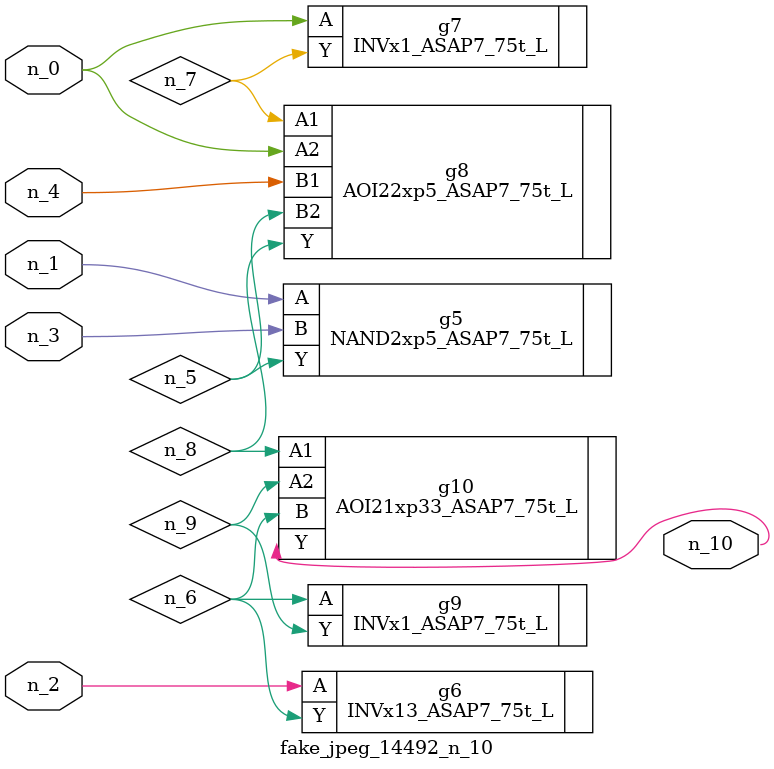
<source format=v>
module fake_jpeg_14492_n_10 (n_3, n_2, n_1, n_0, n_4, n_10);

input n_3;
input n_2;
input n_1;
input n_0;
input n_4;

output n_10;

wire n_8;
wire n_9;
wire n_6;
wire n_5;
wire n_7;

NAND2xp5_ASAP7_75t_L g5 ( 
.A(n_1),
.B(n_3),
.Y(n_5)
);

INVx13_ASAP7_75t_L g6 ( 
.A(n_2),
.Y(n_6)
);

INVx1_ASAP7_75t_L g7 ( 
.A(n_0),
.Y(n_7)
);

AOI22xp5_ASAP7_75t_L g8 ( 
.A1(n_7),
.A2(n_0),
.B1(n_4),
.B2(n_5),
.Y(n_8)
);

AOI21xp33_ASAP7_75t_L g10 ( 
.A1(n_8),
.A2(n_9),
.B(n_6),
.Y(n_10)
);

INVx1_ASAP7_75t_L g9 ( 
.A(n_6),
.Y(n_9)
);


endmodule
</source>
